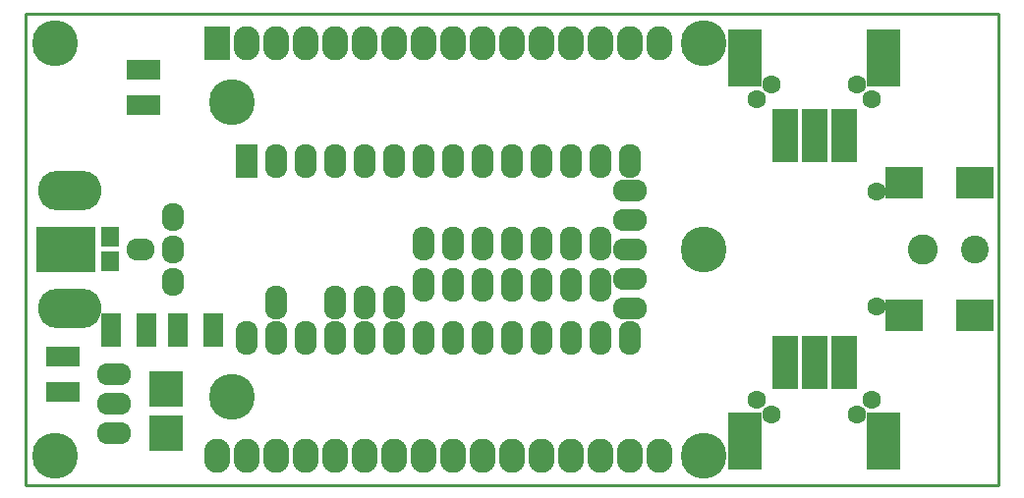
<source format=gbs>
G04 #@! TF.GenerationSoftware,KiCad,Pcbnew,no-vcs-found-7571~57~ubuntu16.04.1*
G04 #@! TF.CreationDate,2017-02-02T15:23:36-05:00*
G04 #@! TF.ProjectId,modular_device_teensy_3x2,6D6F64756C61725F6465766963655F74,1.2*
G04 #@! TF.FileFunction,Soldermask,Bot*
G04 #@! TF.FilePolarity,Negative*
%FSLAX46Y46*%
G04 Gerber Fmt 4.6, Leading zero omitted, Abs format (unit mm)*
G04 Created by KiCad (PCBNEW no-vcs-found-7571~57~ubuntu16.04.1) date Thu Feb  2 15:23:36 2017*
%MOMM*%
%LPD*%
G01*
G04 APERTURE LIST*
%ADD10C,0.100000*%
%ADD11C,0.228600*%
%ADD12R,1.670000X2.940000*%
%ADD13R,2.940000X1.670000*%
%ADD14R,2.178000X4.591000*%
%ADD15C,1.600200*%
%ADD16R,2.997200X5.029200*%
%ADD17O,2.940000X1.924000*%
%ADD18O,5.480000X3.448000*%
%ADD19O,2.432000X1.924000*%
%ADD20O,1.924000X2.432000*%
%ADD21R,5.160000X4.000000*%
%ADD22R,1.640000X1.800000*%
%ADD23R,1.924000X2.940000*%
%ADD24O,1.924000X2.940000*%
%ADD25R,3.200000X2.800000*%
%ADD26C,2.400000*%
%ADD27C,2.600000*%
%ADD28R,2.900000X3.110000*%
%ADD29C,3.956000*%
%ADD30O,2.254200X2.940000*%
%ADD31R,2.254200X2.940000*%
G04 APERTURE END LIST*
D10*
D11*
X143510000Y-79375000D02*
X59690000Y-79375000D01*
X143510000Y-120015000D02*
X143510000Y-79375000D01*
X59690000Y-120015000D02*
X143510000Y-120015000D01*
X59690000Y-79375000D02*
X59690000Y-120015000D01*
D12*
X67056000Y-106680000D03*
X70104000Y-106680000D03*
D13*
X62865000Y-112014000D03*
X62865000Y-108966000D03*
D14*
X130175000Y-89916000D03*
X127635000Y-89916000D03*
X125095000Y-89916000D03*
D15*
X132588000Y-86741000D03*
X122682000Y-86741000D03*
D16*
X133629400Y-83185000D03*
X121640600Y-83185000D03*
D15*
X132969000Y-94742000D03*
X132969000Y-104648000D03*
D14*
X125095000Y-109474000D03*
X127635000Y-109474000D03*
X130175000Y-109474000D03*
D15*
X122682000Y-112649000D03*
X132588000Y-112649000D03*
D16*
X121640600Y-116205000D03*
X133629400Y-116205000D03*
D17*
X67310000Y-113030000D03*
X67310000Y-115570000D03*
X67310000Y-110490000D03*
D18*
X63500000Y-104775000D03*
X63500000Y-94615000D03*
D19*
X69596000Y-99695000D03*
D20*
X72390000Y-99695000D03*
X72390000Y-96901000D03*
X72390000Y-102489000D03*
D15*
X123952000Y-85471000D03*
X131318000Y-85471000D03*
X131318000Y-113919000D03*
X123952000Y-113919000D03*
D21*
X63115000Y-99695000D03*
D22*
X66915000Y-100760000D03*
X66915000Y-98630000D03*
D23*
X78740000Y-92075000D03*
D24*
X81280000Y-92075000D03*
X83820000Y-92075000D03*
X86360000Y-92075000D03*
X88900000Y-92075000D03*
X91440000Y-92075000D03*
X93980000Y-92075000D03*
X96520000Y-92075000D03*
X99060000Y-92075000D03*
X101600000Y-92075000D03*
X104140000Y-92075000D03*
X106680000Y-92075000D03*
X109220000Y-92075000D03*
X111760000Y-92075000D03*
X111760000Y-107315000D03*
X109220000Y-107315000D03*
X106680000Y-107315000D03*
X104140000Y-107315000D03*
X101600000Y-107315000D03*
X99060000Y-107315000D03*
X96520000Y-107315000D03*
X93980000Y-107315000D03*
X91440000Y-107315000D03*
X88900000Y-107315000D03*
X86360000Y-107315000D03*
X83820000Y-107315000D03*
X81280000Y-107315000D03*
X78740000Y-107315000D03*
D17*
X111760000Y-104775000D03*
X111760000Y-102235000D03*
X111760000Y-99695000D03*
X111760000Y-97155000D03*
X111760000Y-94615000D03*
D24*
X81280000Y-104267000D03*
X86360000Y-104267000D03*
X88900000Y-104267000D03*
X91440000Y-104267000D03*
X93980000Y-102743000D03*
X93980000Y-99187000D03*
X96520000Y-102743000D03*
X96520000Y-99187000D03*
X99060000Y-99187000D03*
X101600000Y-99187000D03*
X104140000Y-99187000D03*
X106680000Y-99187000D03*
X109220000Y-99187000D03*
X99060000Y-102743000D03*
X101600000Y-102743000D03*
X104140000Y-102743000D03*
X106680000Y-102743000D03*
X109220000Y-102743000D03*
D13*
X69850000Y-84201000D03*
X69850000Y-87249000D03*
D12*
X75819000Y-106680000D03*
X72771000Y-106680000D03*
D25*
X141480000Y-93995000D03*
X135380000Y-93995000D03*
X141480000Y-105395000D03*
X135380000Y-105395000D03*
D26*
X141480000Y-99695000D03*
D27*
X136980000Y-99695000D03*
D28*
X71755000Y-115605000D03*
X71755000Y-111725000D03*
D29*
X62230000Y-81915000D03*
X62230000Y-117475000D03*
X118110000Y-99695000D03*
D30*
X78740000Y-81915000D03*
X81280000Y-81915000D03*
D31*
X76200000Y-81915000D03*
D30*
X83820000Y-81915000D03*
X86360000Y-81915000D03*
X88900000Y-81915000D03*
X91440000Y-81915000D03*
X93980000Y-81915000D03*
X96520000Y-81915000D03*
X99060000Y-81915000D03*
X101600000Y-81915000D03*
X104140000Y-81915000D03*
X106680000Y-81915000D03*
X109220000Y-81915000D03*
X111760000Y-81915000D03*
X114300000Y-81915000D03*
X114300000Y-117475000D03*
X111760000Y-117475000D03*
X109220000Y-117475000D03*
X106680000Y-117475000D03*
X104140000Y-117475000D03*
X101600000Y-117475000D03*
X99060000Y-117475000D03*
X96520000Y-117475000D03*
X93980000Y-117475000D03*
X91440000Y-117475000D03*
X88900000Y-117475000D03*
X86360000Y-117475000D03*
X83820000Y-117475000D03*
X81280000Y-117475000D03*
X78740000Y-117475000D03*
X76200000Y-117475000D03*
D29*
X77470000Y-86995000D03*
X77470000Y-112395000D03*
X118110000Y-117475000D03*
X118110000Y-81915000D03*
M02*

</source>
